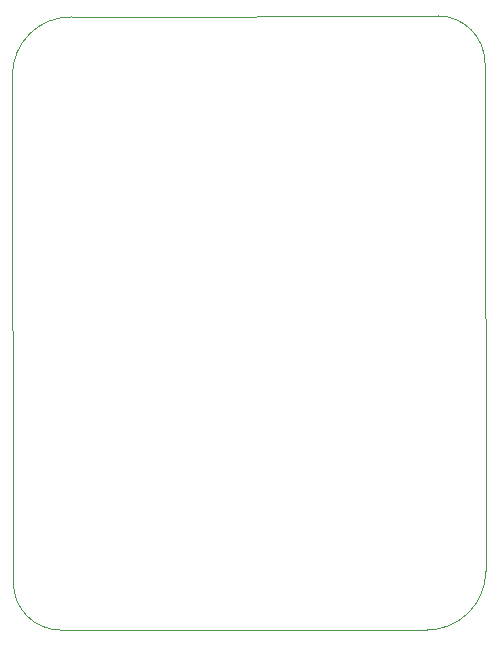
<source format=gbr>
%TF.GenerationSoftware,KiCad,Pcbnew,(6.0.7-1)-1*%
%TF.CreationDate,2022-11-15T19:28:55-05:00*%
%TF.ProjectId,pcb,7063622e-6b69-4636-9164-5f7063625858,rev?*%
%TF.SameCoordinates,Original*%
%TF.FileFunction,Profile,NP*%
%FSLAX46Y46*%
G04 Gerber Fmt 4.6, Leading zero omitted, Abs format (unit mm)*
G04 Created by KiCad (PCBNEW (6.0.7-1)-1) date 2022-11-15 19:28:55*
%MOMM*%
%LPD*%
G01*
G04 APERTURE LIST*
%TA.AperFunction,Profile*%
%ADD10C,0.100000*%
%TD*%
G04 APERTURE END LIST*
D10*
X108500000Y-118250000D02*
X139500000Y-118250000D01*
X144421573Y-70250000D02*
X144500000Y-113250000D01*
X109421573Y-66347097D02*
X140421573Y-66250000D01*
X109421573Y-66347095D02*
G75*
G03*
X104421573Y-71250000I-96123J-4902935D01*
G01*
X104500000Y-114250000D02*
G75*
G03*
X108500000Y-118250000I4000000J0D01*
G01*
X139500000Y-118250000D02*
G75*
G03*
X144500000Y-113250000I0J5000000D01*
G01*
X104500000Y-114250000D02*
X104421573Y-71250000D01*
X144421600Y-70250000D02*
G75*
G03*
X140421573Y-66250000I-4000000J0D01*
G01*
M02*

</source>
